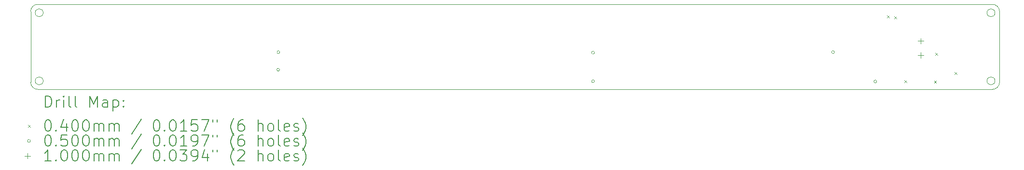
<source format=gbr>
%TF.GenerationSoftware,KiCad,Pcbnew,7.0.8*%
%TF.CreationDate,2024-01-28T00:28:51+08:00*%
%TF.ProjectId,Brake_Light,4272616b-655f-44c6-9967-68742e6b6963,v1.5*%
%TF.SameCoordinates,Original*%
%TF.FileFunction,Drillmap*%
%TF.FilePolarity,Positive*%
%FSLAX45Y45*%
G04 Gerber Fmt 4.5, Leading zero omitted, Abs format (unit mm)*
G04 Created by KiCad (PCBNEW 7.0.8) date 2024-01-28 00:28:51*
%MOMM*%
%LPD*%
G01*
G04 APERTURE LIST*
%ADD10C,0.100000*%
%ADD11C,0.200000*%
%ADD12C,0.040000*%
%ADD13C,0.050000*%
G04 APERTURE END LIST*
D10*
X21999613Y-9125391D02*
G75*
G03*
X21874609Y-9000387I-125003J1D01*
G01*
X5220000Y-10350000D02*
G75*
G03*
X5220000Y-10350000I-70000J0D01*
G01*
X21920000Y-10350000D02*
G75*
G03*
X21920000Y-10350000I-70000J0D01*
G01*
X5125391Y-9000387D02*
X21874609Y-9000387D01*
X21874609Y-10499613D02*
G75*
G03*
X21999613Y-10374609I1J125003D01*
G01*
X5000387Y-10374609D02*
X5000387Y-9125391D01*
X5125391Y-9000387D02*
G75*
G03*
X5000387Y-9125391I-1J-125003D01*
G01*
X21999613Y-9125391D02*
X21999613Y-10374609D01*
X5000387Y-10374609D02*
G75*
G03*
X5125391Y-10499613I125003J-1D01*
G01*
X21920000Y-9150000D02*
G75*
G03*
X21920000Y-9150000I-70000J0D01*
G01*
X5220000Y-9150000D02*
G75*
G03*
X5220000Y-9150000I-70000J0D01*
G01*
X21874609Y-10499613D02*
X5125391Y-10499613D01*
D11*
D12*
X20026000Y-9199000D02*
X20066000Y-9239000D01*
X20066000Y-9199000D02*
X20026000Y-9239000D01*
X20154000Y-9215000D02*
X20194000Y-9255000D01*
X20194000Y-9215000D02*
X20154000Y-9255000D01*
X20330000Y-10342000D02*
X20370000Y-10382000D01*
X20370000Y-10342000D02*
X20330000Y-10382000D01*
X20851000Y-10350000D02*
X20891000Y-10390000D01*
X20891000Y-10350000D02*
X20851000Y-10390000D01*
X20871000Y-9859000D02*
X20911000Y-9899000D01*
X20911000Y-9859000D02*
X20871000Y-9899000D01*
X21208000Y-10196000D02*
X21248000Y-10236000D01*
X21248000Y-10196000D02*
X21208000Y-10236000D01*
D13*
X9368000Y-10154000D02*
G75*
G03*
X9368000Y-10154000I-25000J0D01*
G01*
X9372000Y-9844000D02*
G75*
G03*
X9372000Y-9844000I-25000J0D01*
G01*
X14892000Y-9852000D02*
G75*
G03*
X14892000Y-9852000I-25000J0D01*
G01*
X14892000Y-10356000D02*
G75*
G03*
X14892000Y-10356000I-25000J0D01*
G01*
X19104000Y-9844000D02*
G75*
G03*
X19104000Y-9844000I-25000J0D01*
G01*
X19845000Y-10361000D02*
G75*
G03*
X19845000Y-10361000I-25000J0D01*
G01*
D10*
X20617400Y-9597700D02*
X20617400Y-9697700D01*
X20567400Y-9647700D02*
X20667400Y-9647700D01*
X20617400Y-9847700D02*
X20617400Y-9947700D01*
X20567400Y-9897700D02*
X20667400Y-9897700D01*
D11*
X5256164Y-10816097D02*
X5256164Y-10616097D01*
X5256164Y-10616097D02*
X5303783Y-10616097D01*
X5303783Y-10616097D02*
X5332355Y-10625620D01*
X5332355Y-10625620D02*
X5351402Y-10644668D01*
X5351402Y-10644668D02*
X5360926Y-10663716D01*
X5360926Y-10663716D02*
X5370450Y-10701811D01*
X5370450Y-10701811D02*
X5370450Y-10730382D01*
X5370450Y-10730382D02*
X5360926Y-10768478D01*
X5360926Y-10768478D02*
X5351402Y-10787525D01*
X5351402Y-10787525D02*
X5332355Y-10806573D01*
X5332355Y-10806573D02*
X5303783Y-10816097D01*
X5303783Y-10816097D02*
X5256164Y-10816097D01*
X5456164Y-10816097D02*
X5456164Y-10682763D01*
X5456164Y-10720859D02*
X5465688Y-10701811D01*
X5465688Y-10701811D02*
X5475212Y-10692287D01*
X5475212Y-10692287D02*
X5494259Y-10682763D01*
X5494259Y-10682763D02*
X5513307Y-10682763D01*
X5579974Y-10816097D02*
X5579974Y-10682763D01*
X5579974Y-10616097D02*
X5570450Y-10625620D01*
X5570450Y-10625620D02*
X5579974Y-10635144D01*
X5579974Y-10635144D02*
X5589497Y-10625620D01*
X5589497Y-10625620D02*
X5579974Y-10616097D01*
X5579974Y-10616097D02*
X5579974Y-10635144D01*
X5703783Y-10816097D02*
X5684735Y-10806573D01*
X5684735Y-10806573D02*
X5675212Y-10787525D01*
X5675212Y-10787525D02*
X5675212Y-10616097D01*
X5808545Y-10816097D02*
X5789497Y-10806573D01*
X5789497Y-10806573D02*
X5779973Y-10787525D01*
X5779973Y-10787525D02*
X5779973Y-10616097D01*
X6037116Y-10816097D02*
X6037116Y-10616097D01*
X6037116Y-10616097D02*
X6103783Y-10758954D01*
X6103783Y-10758954D02*
X6170450Y-10616097D01*
X6170450Y-10616097D02*
X6170450Y-10816097D01*
X6351402Y-10816097D02*
X6351402Y-10711335D01*
X6351402Y-10711335D02*
X6341878Y-10692287D01*
X6341878Y-10692287D02*
X6322831Y-10682763D01*
X6322831Y-10682763D02*
X6284735Y-10682763D01*
X6284735Y-10682763D02*
X6265688Y-10692287D01*
X6351402Y-10806573D02*
X6332354Y-10816097D01*
X6332354Y-10816097D02*
X6284735Y-10816097D01*
X6284735Y-10816097D02*
X6265688Y-10806573D01*
X6265688Y-10806573D02*
X6256164Y-10787525D01*
X6256164Y-10787525D02*
X6256164Y-10768478D01*
X6256164Y-10768478D02*
X6265688Y-10749430D01*
X6265688Y-10749430D02*
X6284735Y-10739906D01*
X6284735Y-10739906D02*
X6332354Y-10739906D01*
X6332354Y-10739906D02*
X6351402Y-10730382D01*
X6446640Y-10682763D02*
X6446640Y-10882763D01*
X6446640Y-10692287D02*
X6465688Y-10682763D01*
X6465688Y-10682763D02*
X6503783Y-10682763D01*
X6503783Y-10682763D02*
X6522831Y-10692287D01*
X6522831Y-10692287D02*
X6532354Y-10701811D01*
X6532354Y-10701811D02*
X6541878Y-10720859D01*
X6541878Y-10720859D02*
X6541878Y-10778001D01*
X6541878Y-10778001D02*
X6532354Y-10797049D01*
X6532354Y-10797049D02*
X6522831Y-10806573D01*
X6522831Y-10806573D02*
X6503783Y-10816097D01*
X6503783Y-10816097D02*
X6465688Y-10816097D01*
X6465688Y-10816097D02*
X6446640Y-10806573D01*
X6627593Y-10797049D02*
X6637116Y-10806573D01*
X6637116Y-10806573D02*
X6627593Y-10816097D01*
X6627593Y-10816097D02*
X6618069Y-10806573D01*
X6618069Y-10806573D02*
X6627593Y-10797049D01*
X6627593Y-10797049D02*
X6627593Y-10816097D01*
X6627593Y-10692287D02*
X6637116Y-10701811D01*
X6637116Y-10701811D02*
X6627593Y-10711335D01*
X6627593Y-10711335D02*
X6618069Y-10701811D01*
X6618069Y-10701811D02*
X6627593Y-10692287D01*
X6627593Y-10692287D02*
X6627593Y-10711335D01*
D12*
X4955387Y-11124613D02*
X4995387Y-11164613D01*
X4995387Y-11124613D02*
X4955387Y-11164613D01*
D11*
X5294259Y-11036097D02*
X5313307Y-11036097D01*
X5313307Y-11036097D02*
X5332355Y-11045620D01*
X5332355Y-11045620D02*
X5341878Y-11055144D01*
X5341878Y-11055144D02*
X5351402Y-11074192D01*
X5351402Y-11074192D02*
X5360926Y-11112287D01*
X5360926Y-11112287D02*
X5360926Y-11159906D01*
X5360926Y-11159906D02*
X5351402Y-11198001D01*
X5351402Y-11198001D02*
X5341878Y-11217049D01*
X5341878Y-11217049D02*
X5332355Y-11226573D01*
X5332355Y-11226573D02*
X5313307Y-11236097D01*
X5313307Y-11236097D02*
X5294259Y-11236097D01*
X5294259Y-11236097D02*
X5275212Y-11226573D01*
X5275212Y-11226573D02*
X5265688Y-11217049D01*
X5265688Y-11217049D02*
X5256164Y-11198001D01*
X5256164Y-11198001D02*
X5246640Y-11159906D01*
X5246640Y-11159906D02*
X5246640Y-11112287D01*
X5246640Y-11112287D02*
X5256164Y-11074192D01*
X5256164Y-11074192D02*
X5265688Y-11055144D01*
X5265688Y-11055144D02*
X5275212Y-11045620D01*
X5275212Y-11045620D02*
X5294259Y-11036097D01*
X5446640Y-11217049D02*
X5456164Y-11226573D01*
X5456164Y-11226573D02*
X5446640Y-11236097D01*
X5446640Y-11236097D02*
X5437116Y-11226573D01*
X5437116Y-11226573D02*
X5446640Y-11217049D01*
X5446640Y-11217049D02*
X5446640Y-11236097D01*
X5627593Y-11102763D02*
X5627593Y-11236097D01*
X5579974Y-11026573D02*
X5532355Y-11169430D01*
X5532355Y-11169430D02*
X5656164Y-11169430D01*
X5770450Y-11036097D02*
X5789497Y-11036097D01*
X5789497Y-11036097D02*
X5808545Y-11045620D01*
X5808545Y-11045620D02*
X5818069Y-11055144D01*
X5818069Y-11055144D02*
X5827593Y-11074192D01*
X5827593Y-11074192D02*
X5837116Y-11112287D01*
X5837116Y-11112287D02*
X5837116Y-11159906D01*
X5837116Y-11159906D02*
X5827593Y-11198001D01*
X5827593Y-11198001D02*
X5818069Y-11217049D01*
X5818069Y-11217049D02*
X5808545Y-11226573D01*
X5808545Y-11226573D02*
X5789497Y-11236097D01*
X5789497Y-11236097D02*
X5770450Y-11236097D01*
X5770450Y-11236097D02*
X5751402Y-11226573D01*
X5751402Y-11226573D02*
X5741878Y-11217049D01*
X5741878Y-11217049D02*
X5732354Y-11198001D01*
X5732354Y-11198001D02*
X5722831Y-11159906D01*
X5722831Y-11159906D02*
X5722831Y-11112287D01*
X5722831Y-11112287D02*
X5732354Y-11074192D01*
X5732354Y-11074192D02*
X5741878Y-11055144D01*
X5741878Y-11055144D02*
X5751402Y-11045620D01*
X5751402Y-11045620D02*
X5770450Y-11036097D01*
X5960926Y-11036097D02*
X5979974Y-11036097D01*
X5979974Y-11036097D02*
X5999021Y-11045620D01*
X5999021Y-11045620D02*
X6008545Y-11055144D01*
X6008545Y-11055144D02*
X6018069Y-11074192D01*
X6018069Y-11074192D02*
X6027593Y-11112287D01*
X6027593Y-11112287D02*
X6027593Y-11159906D01*
X6027593Y-11159906D02*
X6018069Y-11198001D01*
X6018069Y-11198001D02*
X6008545Y-11217049D01*
X6008545Y-11217049D02*
X5999021Y-11226573D01*
X5999021Y-11226573D02*
X5979974Y-11236097D01*
X5979974Y-11236097D02*
X5960926Y-11236097D01*
X5960926Y-11236097D02*
X5941878Y-11226573D01*
X5941878Y-11226573D02*
X5932354Y-11217049D01*
X5932354Y-11217049D02*
X5922831Y-11198001D01*
X5922831Y-11198001D02*
X5913307Y-11159906D01*
X5913307Y-11159906D02*
X5913307Y-11112287D01*
X5913307Y-11112287D02*
X5922831Y-11074192D01*
X5922831Y-11074192D02*
X5932354Y-11055144D01*
X5932354Y-11055144D02*
X5941878Y-11045620D01*
X5941878Y-11045620D02*
X5960926Y-11036097D01*
X6113307Y-11236097D02*
X6113307Y-11102763D01*
X6113307Y-11121811D02*
X6122831Y-11112287D01*
X6122831Y-11112287D02*
X6141878Y-11102763D01*
X6141878Y-11102763D02*
X6170450Y-11102763D01*
X6170450Y-11102763D02*
X6189497Y-11112287D01*
X6189497Y-11112287D02*
X6199021Y-11131335D01*
X6199021Y-11131335D02*
X6199021Y-11236097D01*
X6199021Y-11131335D02*
X6208545Y-11112287D01*
X6208545Y-11112287D02*
X6227593Y-11102763D01*
X6227593Y-11102763D02*
X6256164Y-11102763D01*
X6256164Y-11102763D02*
X6275212Y-11112287D01*
X6275212Y-11112287D02*
X6284735Y-11131335D01*
X6284735Y-11131335D02*
X6284735Y-11236097D01*
X6379974Y-11236097D02*
X6379974Y-11102763D01*
X6379974Y-11121811D02*
X6389497Y-11112287D01*
X6389497Y-11112287D02*
X6408545Y-11102763D01*
X6408545Y-11102763D02*
X6437116Y-11102763D01*
X6437116Y-11102763D02*
X6456164Y-11112287D01*
X6456164Y-11112287D02*
X6465688Y-11131335D01*
X6465688Y-11131335D02*
X6465688Y-11236097D01*
X6465688Y-11131335D02*
X6475212Y-11112287D01*
X6475212Y-11112287D02*
X6494259Y-11102763D01*
X6494259Y-11102763D02*
X6522831Y-11102763D01*
X6522831Y-11102763D02*
X6541878Y-11112287D01*
X6541878Y-11112287D02*
X6551402Y-11131335D01*
X6551402Y-11131335D02*
X6551402Y-11236097D01*
X6941878Y-11026573D02*
X6770450Y-11283716D01*
X7199021Y-11036097D02*
X7218069Y-11036097D01*
X7218069Y-11036097D02*
X7237117Y-11045620D01*
X7237117Y-11045620D02*
X7246640Y-11055144D01*
X7246640Y-11055144D02*
X7256164Y-11074192D01*
X7256164Y-11074192D02*
X7265688Y-11112287D01*
X7265688Y-11112287D02*
X7265688Y-11159906D01*
X7265688Y-11159906D02*
X7256164Y-11198001D01*
X7256164Y-11198001D02*
X7246640Y-11217049D01*
X7246640Y-11217049D02*
X7237117Y-11226573D01*
X7237117Y-11226573D02*
X7218069Y-11236097D01*
X7218069Y-11236097D02*
X7199021Y-11236097D01*
X7199021Y-11236097D02*
X7179974Y-11226573D01*
X7179974Y-11226573D02*
X7170450Y-11217049D01*
X7170450Y-11217049D02*
X7160926Y-11198001D01*
X7160926Y-11198001D02*
X7151402Y-11159906D01*
X7151402Y-11159906D02*
X7151402Y-11112287D01*
X7151402Y-11112287D02*
X7160926Y-11074192D01*
X7160926Y-11074192D02*
X7170450Y-11055144D01*
X7170450Y-11055144D02*
X7179974Y-11045620D01*
X7179974Y-11045620D02*
X7199021Y-11036097D01*
X7351402Y-11217049D02*
X7360926Y-11226573D01*
X7360926Y-11226573D02*
X7351402Y-11236097D01*
X7351402Y-11236097D02*
X7341878Y-11226573D01*
X7341878Y-11226573D02*
X7351402Y-11217049D01*
X7351402Y-11217049D02*
X7351402Y-11236097D01*
X7484736Y-11036097D02*
X7503783Y-11036097D01*
X7503783Y-11036097D02*
X7522831Y-11045620D01*
X7522831Y-11045620D02*
X7532355Y-11055144D01*
X7532355Y-11055144D02*
X7541878Y-11074192D01*
X7541878Y-11074192D02*
X7551402Y-11112287D01*
X7551402Y-11112287D02*
X7551402Y-11159906D01*
X7551402Y-11159906D02*
X7541878Y-11198001D01*
X7541878Y-11198001D02*
X7532355Y-11217049D01*
X7532355Y-11217049D02*
X7522831Y-11226573D01*
X7522831Y-11226573D02*
X7503783Y-11236097D01*
X7503783Y-11236097D02*
X7484736Y-11236097D01*
X7484736Y-11236097D02*
X7465688Y-11226573D01*
X7465688Y-11226573D02*
X7456164Y-11217049D01*
X7456164Y-11217049D02*
X7446640Y-11198001D01*
X7446640Y-11198001D02*
X7437117Y-11159906D01*
X7437117Y-11159906D02*
X7437117Y-11112287D01*
X7437117Y-11112287D02*
X7446640Y-11074192D01*
X7446640Y-11074192D02*
X7456164Y-11055144D01*
X7456164Y-11055144D02*
X7465688Y-11045620D01*
X7465688Y-11045620D02*
X7484736Y-11036097D01*
X7741878Y-11236097D02*
X7627593Y-11236097D01*
X7684736Y-11236097D02*
X7684736Y-11036097D01*
X7684736Y-11036097D02*
X7665688Y-11064668D01*
X7665688Y-11064668D02*
X7646640Y-11083716D01*
X7646640Y-11083716D02*
X7627593Y-11093239D01*
X7922831Y-11036097D02*
X7827593Y-11036097D01*
X7827593Y-11036097D02*
X7818069Y-11131335D01*
X7818069Y-11131335D02*
X7827593Y-11121811D01*
X7827593Y-11121811D02*
X7846640Y-11112287D01*
X7846640Y-11112287D02*
X7894259Y-11112287D01*
X7894259Y-11112287D02*
X7913307Y-11121811D01*
X7913307Y-11121811D02*
X7922831Y-11131335D01*
X7922831Y-11131335D02*
X7932355Y-11150382D01*
X7932355Y-11150382D02*
X7932355Y-11198001D01*
X7932355Y-11198001D02*
X7922831Y-11217049D01*
X7922831Y-11217049D02*
X7913307Y-11226573D01*
X7913307Y-11226573D02*
X7894259Y-11236097D01*
X7894259Y-11236097D02*
X7846640Y-11236097D01*
X7846640Y-11236097D02*
X7827593Y-11226573D01*
X7827593Y-11226573D02*
X7818069Y-11217049D01*
X7999021Y-11036097D02*
X8132355Y-11036097D01*
X8132355Y-11036097D02*
X8046640Y-11236097D01*
X8199021Y-11036097D02*
X8199021Y-11074192D01*
X8275212Y-11036097D02*
X8275212Y-11074192D01*
X8570450Y-11312287D02*
X8560926Y-11302763D01*
X8560926Y-11302763D02*
X8541879Y-11274192D01*
X8541879Y-11274192D02*
X8532355Y-11255144D01*
X8532355Y-11255144D02*
X8522831Y-11226573D01*
X8522831Y-11226573D02*
X8513307Y-11178954D01*
X8513307Y-11178954D02*
X8513307Y-11140859D01*
X8513307Y-11140859D02*
X8522831Y-11093239D01*
X8522831Y-11093239D02*
X8532355Y-11064668D01*
X8532355Y-11064668D02*
X8541879Y-11045620D01*
X8541879Y-11045620D02*
X8560926Y-11017049D01*
X8560926Y-11017049D02*
X8570450Y-11007525D01*
X8732355Y-11036097D02*
X8694260Y-11036097D01*
X8694260Y-11036097D02*
X8675212Y-11045620D01*
X8675212Y-11045620D02*
X8665688Y-11055144D01*
X8665688Y-11055144D02*
X8646641Y-11083716D01*
X8646641Y-11083716D02*
X8637117Y-11121811D01*
X8637117Y-11121811D02*
X8637117Y-11198001D01*
X8637117Y-11198001D02*
X8646641Y-11217049D01*
X8646641Y-11217049D02*
X8656164Y-11226573D01*
X8656164Y-11226573D02*
X8675212Y-11236097D01*
X8675212Y-11236097D02*
X8713307Y-11236097D01*
X8713307Y-11236097D02*
X8732355Y-11226573D01*
X8732355Y-11226573D02*
X8741879Y-11217049D01*
X8741879Y-11217049D02*
X8751402Y-11198001D01*
X8751402Y-11198001D02*
X8751402Y-11150382D01*
X8751402Y-11150382D02*
X8741879Y-11131335D01*
X8741879Y-11131335D02*
X8732355Y-11121811D01*
X8732355Y-11121811D02*
X8713307Y-11112287D01*
X8713307Y-11112287D02*
X8675212Y-11112287D01*
X8675212Y-11112287D02*
X8656164Y-11121811D01*
X8656164Y-11121811D02*
X8646641Y-11131335D01*
X8646641Y-11131335D02*
X8637117Y-11150382D01*
X8989498Y-11236097D02*
X8989498Y-11036097D01*
X9075212Y-11236097D02*
X9075212Y-11131335D01*
X9075212Y-11131335D02*
X9065688Y-11112287D01*
X9065688Y-11112287D02*
X9046641Y-11102763D01*
X9046641Y-11102763D02*
X9018069Y-11102763D01*
X9018069Y-11102763D02*
X8999022Y-11112287D01*
X8999022Y-11112287D02*
X8989498Y-11121811D01*
X9199022Y-11236097D02*
X9179974Y-11226573D01*
X9179974Y-11226573D02*
X9170450Y-11217049D01*
X9170450Y-11217049D02*
X9160926Y-11198001D01*
X9160926Y-11198001D02*
X9160926Y-11140859D01*
X9160926Y-11140859D02*
X9170450Y-11121811D01*
X9170450Y-11121811D02*
X9179974Y-11112287D01*
X9179974Y-11112287D02*
X9199022Y-11102763D01*
X9199022Y-11102763D02*
X9227593Y-11102763D01*
X9227593Y-11102763D02*
X9246641Y-11112287D01*
X9246641Y-11112287D02*
X9256164Y-11121811D01*
X9256164Y-11121811D02*
X9265688Y-11140859D01*
X9265688Y-11140859D02*
X9265688Y-11198001D01*
X9265688Y-11198001D02*
X9256164Y-11217049D01*
X9256164Y-11217049D02*
X9246641Y-11226573D01*
X9246641Y-11226573D02*
X9227593Y-11236097D01*
X9227593Y-11236097D02*
X9199022Y-11236097D01*
X9379974Y-11236097D02*
X9360926Y-11226573D01*
X9360926Y-11226573D02*
X9351403Y-11207525D01*
X9351403Y-11207525D02*
X9351403Y-11036097D01*
X9532355Y-11226573D02*
X9513307Y-11236097D01*
X9513307Y-11236097D02*
X9475212Y-11236097D01*
X9475212Y-11236097D02*
X9456164Y-11226573D01*
X9456164Y-11226573D02*
X9446641Y-11207525D01*
X9446641Y-11207525D02*
X9446641Y-11131335D01*
X9446641Y-11131335D02*
X9456164Y-11112287D01*
X9456164Y-11112287D02*
X9475212Y-11102763D01*
X9475212Y-11102763D02*
X9513307Y-11102763D01*
X9513307Y-11102763D02*
X9532355Y-11112287D01*
X9532355Y-11112287D02*
X9541879Y-11131335D01*
X9541879Y-11131335D02*
X9541879Y-11150382D01*
X9541879Y-11150382D02*
X9446641Y-11169430D01*
X9618069Y-11226573D02*
X9637117Y-11236097D01*
X9637117Y-11236097D02*
X9675212Y-11236097D01*
X9675212Y-11236097D02*
X9694260Y-11226573D01*
X9694260Y-11226573D02*
X9703784Y-11207525D01*
X9703784Y-11207525D02*
X9703784Y-11198001D01*
X9703784Y-11198001D02*
X9694260Y-11178954D01*
X9694260Y-11178954D02*
X9675212Y-11169430D01*
X9675212Y-11169430D02*
X9646641Y-11169430D01*
X9646641Y-11169430D02*
X9627593Y-11159906D01*
X9627593Y-11159906D02*
X9618069Y-11140859D01*
X9618069Y-11140859D02*
X9618069Y-11131335D01*
X9618069Y-11131335D02*
X9627593Y-11112287D01*
X9627593Y-11112287D02*
X9646641Y-11102763D01*
X9646641Y-11102763D02*
X9675212Y-11102763D01*
X9675212Y-11102763D02*
X9694260Y-11112287D01*
X9770450Y-11312287D02*
X9779974Y-11302763D01*
X9779974Y-11302763D02*
X9799022Y-11274192D01*
X9799022Y-11274192D02*
X9808545Y-11255144D01*
X9808545Y-11255144D02*
X9818069Y-11226573D01*
X9818069Y-11226573D02*
X9827593Y-11178954D01*
X9827593Y-11178954D02*
X9827593Y-11140859D01*
X9827593Y-11140859D02*
X9818069Y-11093239D01*
X9818069Y-11093239D02*
X9808545Y-11064668D01*
X9808545Y-11064668D02*
X9799022Y-11045620D01*
X9799022Y-11045620D02*
X9779974Y-11017049D01*
X9779974Y-11017049D02*
X9770450Y-11007525D01*
D13*
X4995387Y-11408613D02*
G75*
G03*
X4995387Y-11408613I-25000J0D01*
G01*
D11*
X5294259Y-11300097D02*
X5313307Y-11300097D01*
X5313307Y-11300097D02*
X5332355Y-11309620D01*
X5332355Y-11309620D02*
X5341878Y-11319144D01*
X5341878Y-11319144D02*
X5351402Y-11338192D01*
X5351402Y-11338192D02*
X5360926Y-11376287D01*
X5360926Y-11376287D02*
X5360926Y-11423906D01*
X5360926Y-11423906D02*
X5351402Y-11462001D01*
X5351402Y-11462001D02*
X5341878Y-11481049D01*
X5341878Y-11481049D02*
X5332355Y-11490573D01*
X5332355Y-11490573D02*
X5313307Y-11500097D01*
X5313307Y-11500097D02*
X5294259Y-11500097D01*
X5294259Y-11500097D02*
X5275212Y-11490573D01*
X5275212Y-11490573D02*
X5265688Y-11481049D01*
X5265688Y-11481049D02*
X5256164Y-11462001D01*
X5256164Y-11462001D02*
X5246640Y-11423906D01*
X5246640Y-11423906D02*
X5246640Y-11376287D01*
X5246640Y-11376287D02*
X5256164Y-11338192D01*
X5256164Y-11338192D02*
X5265688Y-11319144D01*
X5265688Y-11319144D02*
X5275212Y-11309620D01*
X5275212Y-11309620D02*
X5294259Y-11300097D01*
X5446640Y-11481049D02*
X5456164Y-11490573D01*
X5456164Y-11490573D02*
X5446640Y-11500097D01*
X5446640Y-11500097D02*
X5437116Y-11490573D01*
X5437116Y-11490573D02*
X5446640Y-11481049D01*
X5446640Y-11481049D02*
X5446640Y-11500097D01*
X5637116Y-11300097D02*
X5541878Y-11300097D01*
X5541878Y-11300097D02*
X5532355Y-11395335D01*
X5532355Y-11395335D02*
X5541878Y-11385811D01*
X5541878Y-11385811D02*
X5560926Y-11376287D01*
X5560926Y-11376287D02*
X5608545Y-11376287D01*
X5608545Y-11376287D02*
X5627593Y-11385811D01*
X5627593Y-11385811D02*
X5637116Y-11395335D01*
X5637116Y-11395335D02*
X5646640Y-11414382D01*
X5646640Y-11414382D02*
X5646640Y-11462001D01*
X5646640Y-11462001D02*
X5637116Y-11481049D01*
X5637116Y-11481049D02*
X5627593Y-11490573D01*
X5627593Y-11490573D02*
X5608545Y-11500097D01*
X5608545Y-11500097D02*
X5560926Y-11500097D01*
X5560926Y-11500097D02*
X5541878Y-11490573D01*
X5541878Y-11490573D02*
X5532355Y-11481049D01*
X5770450Y-11300097D02*
X5789497Y-11300097D01*
X5789497Y-11300097D02*
X5808545Y-11309620D01*
X5808545Y-11309620D02*
X5818069Y-11319144D01*
X5818069Y-11319144D02*
X5827593Y-11338192D01*
X5827593Y-11338192D02*
X5837116Y-11376287D01*
X5837116Y-11376287D02*
X5837116Y-11423906D01*
X5837116Y-11423906D02*
X5827593Y-11462001D01*
X5827593Y-11462001D02*
X5818069Y-11481049D01*
X5818069Y-11481049D02*
X5808545Y-11490573D01*
X5808545Y-11490573D02*
X5789497Y-11500097D01*
X5789497Y-11500097D02*
X5770450Y-11500097D01*
X5770450Y-11500097D02*
X5751402Y-11490573D01*
X5751402Y-11490573D02*
X5741878Y-11481049D01*
X5741878Y-11481049D02*
X5732354Y-11462001D01*
X5732354Y-11462001D02*
X5722831Y-11423906D01*
X5722831Y-11423906D02*
X5722831Y-11376287D01*
X5722831Y-11376287D02*
X5732354Y-11338192D01*
X5732354Y-11338192D02*
X5741878Y-11319144D01*
X5741878Y-11319144D02*
X5751402Y-11309620D01*
X5751402Y-11309620D02*
X5770450Y-11300097D01*
X5960926Y-11300097D02*
X5979974Y-11300097D01*
X5979974Y-11300097D02*
X5999021Y-11309620D01*
X5999021Y-11309620D02*
X6008545Y-11319144D01*
X6008545Y-11319144D02*
X6018069Y-11338192D01*
X6018069Y-11338192D02*
X6027593Y-11376287D01*
X6027593Y-11376287D02*
X6027593Y-11423906D01*
X6027593Y-11423906D02*
X6018069Y-11462001D01*
X6018069Y-11462001D02*
X6008545Y-11481049D01*
X6008545Y-11481049D02*
X5999021Y-11490573D01*
X5999021Y-11490573D02*
X5979974Y-11500097D01*
X5979974Y-11500097D02*
X5960926Y-11500097D01*
X5960926Y-11500097D02*
X5941878Y-11490573D01*
X5941878Y-11490573D02*
X5932354Y-11481049D01*
X5932354Y-11481049D02*
X5922831Y-11462001D01*
X5922831Y-11462001D02*
X5913307Y-11423906D01*
X5913307Y-11423906D02*
X5913307Y-11376287D01*
X5913307Y-11376287D02*
X5922831Y-11338192D01*
X5922831Y-11338192D02*
X5932354Y-11319144D01*
X5932354Y-11319144D02*
X5941878Y-11309620D01*
X5941878Y-11309620D02*
X5960926Y-11300097D01*
X6113307Y-11500097D02*
X6113307Y-11366763D01*
X6113307Y-11385811D02*
X6122831Y-11376287D01*
X6122831Y-11376287D02*
X6141878Y-11366763D01*
X6141878Y-11366763D02*
X6170450Y-11366763D01*
X6170450Y-11366763D02*
X6189497Y-11376287D01*
X6189497Y-11376287D02*
X6199021Y-11395335D01*
X6199021Y-11395335D02*
X6199021Y-11500097D01*
X6199021Y-11395335D02*
X6208545Y-11376287D01*
X6208545Y-11376287D02*
X6227593Y-11366763D01*
X6227593Y-11366763D02*
X6256164Y-11366763D01*
X6256164Y-11366763D02*
X6275212Y-11376287D01*
X6275212Y-11376287D02*
X6284735Y-11395335D01*
X6284735Y-11395335D02*
X6284735Y-11500097D01*
X6379974Y-11500097D02*
X6379974Y-11366763D01*
X6379974Y-11385811D02*
X6389497Y-11376287D01*
X6389497Y-11376287D02*
X6408545Y-11366763D01*
X6408545Y-11366763D02*
X6437116Y-11366763D01*
X6437116Y-11366763D02*
X6456164Y-11376287D01*
X6456164Y-11376287D02*
X6465688Y-11395335D01*
X6465688Y-11395335D02*
X6465688Y-11500097D01*
X6465688Y-11395335D02*
X6475212Y-11376287D01*
X6475212Y-11376287D02*
X6494259Y-11366763D01*
X6494259Y-11366763D02*
X6522831Y-11366763D01*
X6522831Y-11366763D02*
X6541878Y-11376287D01*
X6541878Y-11376287D02*
X6551402Y-11395335D01*
X6551402Y-11395335D02*
X6551402Y-11500097D01*
X6941878Y-11290573D02*
X6770450Y-11547716D01*
X7199021Y-11300097D02*
X7218069Y-11300097D01*
X7218069Y-11300097D02*
X7237117Y-11309620D01*
X7237117Y-11309620D02*
X7246640Y-11319144D01*
X7246640Y-11319144D02*
X7256164Y-11338192D01*
X7256164Y-11338192D02*
X7265688Y-11376287D01*
X7265688Y-11376287D02*
X7265688Y-11423906D01*
X7265688Y-11423906D02*
X7256164Y-11462001D01*
X7256164Y-11462001D02*
X7246640Y-11481049D01*
X7246640Y-11481049D02*
X7237117Y-11490573D01*
X7237117Y-11490573D02*
X7218069Y-11500097D01*
X7218069Y-11500097D02*
X7199021Y-11500097D01*
X7199021Y-11500097D02*
X7179974Y-11490573D01*
X7179974Y-11490573D02*
X7170450Y-11481049D01*
X7170450Y-11481049D02*
X7160926Y-11462001D01*
X7160926Y-11462001D02*
X7151402Y-11423906D01*
X7151402Y-11423906D02*
X7151402Y-11376287D01*
X7151402Y-11376287D02*
X7160926Y-11338192D01*
X7160926Y-11338192D02*
X7170450Y-11319144D01*
X7170450Y-11319144D02*
X7179974Y-11309620D01*
X7179974Y-11309620D02*
X7199021Y-11300097D01*
X7351402Y-11481049D02*
X7360926Y-11490573D01*
X7360926Y-11490573D02*
X7351402Y-11500097D01*
X7351402Y-11500097D02*
X7341878Y-11490573D01*
X7341878Y-11490573D02*
X7351402Y-11481049D01*
X7351402Y-11481049D02*
X7351402Y-11500097D01*
X7484736Y-11300097D02*
X7503783Y-11300097D01*
X7503783Y-11300097D02*
X7522831Y-11309620D01*
X7522831Y-11309620D02*
X7532355Y-11319144D01*
X7532355Y-11319144D02*
X7541878Y-11338192D01*
X7541878Y-11338192D02*
X7551402Y-11376287D01*
X7551402Y-11376287D02*
X7551402Y-11423906D01*
X7551402Y-11423906D02*
X7541878Y-11462001D01*
X7541878Y-11462001D02*
X7532355Y-11481049D01*
X7532355Y-11481049D02*
X7522831Y-11490573D01*
X7522831Y-11490573D02*
X7503783Y-11500097D01*
X7503783Y-11500097D02*
X7484736Y-11500097D01*
X7484736Y-11500097D02*
X7465688Y-11490573D01*
X7465688Y-11490573D02*
X7456164Y-11481049D01*
X7456164Y-11481049D02*
X7446640Y-11462001D01*
X7446640Y-11462001D02*
X7437117Y-11423906D01*
X7437117Y-11423906D02*
X7437117Y-11376287D01*
X7437117Y-11376287D02*
X7446640Y-11338192D01*
X7446640Y-11338192D02*
X7456164Y-11319144D01*
X7456164Y-11319144D02*
X7465688Y-11309620D01*
X7465688Y-11309620D02*
X7484736Y-11300097D01*
X7741878Y-11500097D02*
X7627593Y-11500097D01*
X7684736Y-11500097D02*
X7684736Y-11300097D01*
X7684736Y-11300097D02*
X7665688Y-11328668D01*
X7665688Y-11328668D02*
X7646640Y-11347716D01*
X7646640Y-11347716D02*
X7627593Y-11357239D01*
X7837117Y-11500097D02*
X7875212Y-11500097D01*
X7875212Y-11500097D02*
X7894259Y-11490573D01*
X7894259Y-11490573D02*
X7903783Y-11481049D01*
X7903783Y-11481049D02*
X7922831Y-11452477D01*
X7922831Y-11452477D02*
X7932355Y-11414382D01*
X7932355Y-11414382D02*
X7932355Y-11338192D01*
X7932355Y-11338192D02*
X7922831Y-11319144D01*
X7922831Y-11319144D02*
X7913307Y-11309620D01*
X7913307Y-11309620D02*
X7894259Y-11300097D01*
X7894259Y-11300097D02*
X7856164Y-11300097D01*
X7856164Y-11300097D02*
X7837117Y-11309620D01*
X7837117Y-11309620D02*
X7827593Y-11319144D01*
X7827593Y-11319144D02*
X7818069Y-11338192D01*
X7818069Y-11338192D02*
X7818069Y-11385811D01*
X7818069Y-11385811D02*
X7827593Y-11404858D01*
X7827593Y-11404858D02*
X7837117Y-11414382D01*
X7837117Y-11414382D02*
X7856164Y-11423906D01*
X7856164Y-11423906D02*
X7894259Y-11423906D01*
X7894259Y-11423906D02*
X7913307Y-11414382D01*
X7913307Y-11414382D02*
X7922831Y-11404858D01*
X7922831Y-11404858D02*
X7932355Y-11385811D01*
X7999021Y-11300097D02*
X8132355Y-11300097D01*
X8132355Y-11300097D02*
X8046640Y-11500097D01*
X8199021Y-11300097D02*
X8199021Y-11338192D01*
X8275212Y-11300097D02*
X8275212Y-11338192D01*
X8570450Y-11576287D02*
X8560926Y-11566763D01*
X8560926Y-11566763D02*
X8541879Y-11538192D01*
X8541879Y-11538192D02*
X8532355Y-11519144D01*
X8532355Y-11519144D02*
X8522831Y-11490573D01*
X8522831Y-11490573D02*
X8513307Y-11442954D01*
X8513307Y-11442954D02*
X8513307Y-11404858D01*
X8513307Y-11404858D02*
X8522831Y-11357239D01*
X8522831Y-11357239D02*
X8532355Y-11328668D01*
X8532355Y-11328668D02*
X8541879Y-11309620D01*
X8541879Y-11309620D02*
X8560926Y-11281049D01*
X8560926Y-11281049D02*
X8570450Y-11271525D01*
X8732355Y-11300097D02*
X8694260Y-11300097D01*
X8694260Y-11300097D02*
X8675212Y-11309620D01*
X8675212Y-11309620D02*
X8665688Y-11319144D01*
X8665688Y-11319144D02*
X8646641Y-11347716D01*
X8646641Y-11347716D02*
X8637117Y-11385811D01*
X8637117Y-11385811D02*
X8637117Y-11462001D01*
X8637117Y-11462001D02*
X8646641Y-11481049D01*
X8646641Y-11481049D02*
X8656164Y-11490573D01*
X8656164Y-11490573D02*
X8675212Y-11500097D01*
X8675212Y-11500097D02*
X8713307Y-11500097D01*
X8713307Y-11500097D02*
X8732355Y-11490573D01*
X8732355Y-11490573D02*
X8741879Y-11481049D01*
X8741879Y-11481049D02*
X8751402Y-11462001D01*
X8751402Y-11462001D02*
X8751402Y-11414382D01*
X8751402Y-11414382D02*
X8741879Y-11395335D01*
X8741879Y-11395335D02*
X8732355Y-11385811D01*
X8732355Y-11385811D02*
X8713307Y-11376287D01*
X8713307Y-11376287D02*
X8675212Y-11376287D01*
X8675212Y-11376287D02*
X8656164Y-11385811D01*
X8656164Y-11385811D02*
X8646641Y-11395335D01*
X8646641Y-11395335D02*
X8637117Y-11414382D01*
X8989498Y-11500097D02*
X8989498Y-11300097D01*
X9075212Y-11500097D02*
X9075212Y-11395335D01*
X9075212Y-11395335D02*
X9065688Y-11376287D01*
X9065688Y-11376287D02*
X9046641Y-11366763D01*
X9046641Y-11366763D02*
X9018069Y-11366763D01*
X9018069Y-11366763D02*
X8999022Y-11376287D01*
X8999022Y-11376287D02*
X8989498Y-11385811D01*
X9199022Y-11500097D02*
X9179974Y-11490573D01*
X9179974Y-11490573D02*
X9170450Y-11481049D01*
X9170450Y-11481049D02*
X9160926Y-11462001D01*
X9160926Y-11462001D02*
X9160926Y-11404858D01*
X9160926Y-11404858D02*
X9170450Y-11385811D01*
X9170450Y-11385811D02*
X9179974Y-11376287D01*
X9179974Y-11376287D02*
X9199022Y-11366763D01*
X9199022Y-11366763D02*
X9227593Y-11366763D01*
X9227593Y-11366763D02*
X9246641Y-11376287D01*
X9246641Y-11376287D02*
X9256164Y-11385811D01*
X9256164Y-11385811D02*
X9265688Y-11404858D01*
X9265688Y-11404858D02*
X9265688Y-11462001D01*
X9265688Y-11462001D02*
X9256164Y-11481049D01*
X9256164Y-11481049D02*
X9246641Y-11490573D01*
X9246641Y-11490573D02*
X9227593Y-11500097D01*
X9227593Y-11500097D02*
X9199022Y-11500097D01*
X9379974Y-11500097D02*
X9360926Y-11490573D01*
X9360926Y-11490573D02*
X9351403Y-11471525D01*
X9351403Y-11471525D02*
X9351403Y-11300097D01*
X9532355Y-11490573D02*
X9513307Y-11500097D01*
X9513307Y-11500097D02*
X9475212Y-11500097D01*
X9475212Y-11500097D02*
X9456164Y-11490573D01*
X9456164Y-11490573D02*
X9446641Y-11471525D01*
X9446641Y-11471525D02*
X9446641Y-11395335D01*
X9446641Y-11395335D02*
X9456164Y-11376287D01*
X9456164Y-11376287D02*
X9475212Y-11366763D01*
X9475212Y-11366763D02*
X9513307Y-11366763D01*
X9513307Y-11366763D02*
X9532355Y-11376287D01*
X9532355Y-11376287D02*
X9541879Y-11395335D01*
X9541879Y-11395335D02*
X9541879Y-11414382D01*
X9541879Y-11414382D02*
X9446641Y-11433430D01*
X9618069Y-11490573D02*
X9637117Y-11500097D01*
X9637117Y-11500097D02*
X9675212Y-11500097D01*
X9675212Y-11500097D02*
X9694260Y-11490573D01*
X9694260Y-11490573D02*
X9703784Y-11471525D01*
X9703784Y-11471525D02*
X9703784Y-11462001D01*
X9703784Y-11462001D02*
X9694260Y-11442954D01*
X9694260Y-11442954D02*
X9675212Y-11433430D01*
X9675212Y-11433430D02*
X9646641Y-11433430D01*
X9646641Y-11433430D02*
X9627593Y-11423906D01*
X9627593Y-11423906D02*
X9618069Y-11404858D01*
X9618069Y-11404858D02*
X9618069Y-11395335D01*
X9618069Y-11395335D02*
X9627593Y-11376287D01*
X9627593Y-11376287D02*
X9646641Y-11366763D01*
X9646641Y-11366763D02*
X9675212Y-11366763D01*
X9675212Y-11366763D02*
X9694260Y-11376287D01*
X9770450Y-11576287D02*
X9779974Y-11566763D01*
X9779974Y-11566763D02*
X9799022Y-11538192D01*
X9799022Y-11538192D02*
X9808545Y-11519144D01*
X9808545Y-11519144D02*
X9818069Y-11490573D01*
X9818069Y-11490573D02*
X9827593Y-11442954D01*
X9827593Y-11442954D02*
X9827593Y-11404858D01*
X9827593Y-11404858D02*
X9818069Y-11357239D01*
X9818069Y-11357239D02*
X9808545Y-11328668D01*
X9808545Y-11328668D02*
X9799022Y-11309620D01*
X9799022Y-11309620D02*
X9779974Y-11281049D01*
X9779974Y-11281049D02*
X9770450Y-11271525D01*
D10*
X4945387Y-11622613D02*
X4945387Y-11722613D01*
X4895387Y-11672613D02*
X4995387Y-11672613D01*
D11*
X5360926Y-11764097D02*
X5246640Y-11764097D01*
X5303783Y-11764097D02*
X5303783Y-11564097D01*
X5303783Y-11564097D02*
X5284735Y-11592668D01*
X5284735Y-11592668D02*
X5265688Y-11611716D01*
X5265688Y-11611716D02*
X5246640Y-11621239D01*
X5446640Y-11745049D02*
X5456164Y-11754573D01*
X5456164Y-11754573D02*
X5446640Y-11764097D01*
X5446640Y-11764097D02*
X5437116Y-11754573D01*
X5437116Y-11754573D02*
X5446640Y-11745049D01*
X5446640Y-11745049D02*
X5446640Y-11764097D01*
X5579974Y-11564097D02*
X5599021Y-11564097D01*
X5599021Y-11564097D02*
X5618069Y-11573620D01*
X5618069Y-11573620D02*
X5627593Y-11583144D01*
X5627593Y-11583144D02*
X5637116Y-11602192D01*
X5637116Y-11602192D02*
X5646640Y-11640287D01*
X5646640Y-11640287D02*
X5646640Y-11687906D01*
X5646640Y-11687906D02*
X5637116Y-11726001D01*
X5637116Y-11726001D02*
X5627593Y-11745049D01*
X5627593Y-11745049D02*
X5618069Y-11754573D01*
X5618069Y-11754573D02*
X5599021Y-11764097D01*
X5599021Y-11764097D02*
X5579974Y-11764097D01*
X5579974Y-11764097D02*
X5560926Y-11754573D01*
X5560926Y-11754573D02*
X5551402Y-11745049D01*
X5551402Y-11745049D02*
X5541878Y-11726001D01*
X5541878Y-11726001D02*
X5532355Y-11687906D01*
X5532355Y-11687906D02*
X5532355Y-11640287D01*
X5532355Y-11640287D02*
X5541878Y-11602192D01*
X5541878Y-11602192D02*
X5551402Y-11583144D01*
X5551402Y-11583144D02*
X5560926Y-11573620D01*
X5560926Y-11573620D02*
X5579974Y-11564097D01*
X5770450Y-11564097D02*
X5789497Y-11564097D01*
X5789497Y-11564097D02*
X5808545Y-11573620D01*
X5808545Y-11573620D02*
X5818069Y-11583144D01*
X5818069Y-11583144D02*
X5827593Y-11602192D01*
X5827593Y-11602192D02*
X5837116Y-11640287D01*
X5837116Y-11640287D02*
X5837116Y-11687906D01*
X5837116Y-11687906D02*
X5827593Y-11726001D01*
X5827593Y-11726001D02*
X5818069Y-11745049D01*
X5818069Y-11745049D02*
X5808545Y-11754573D01*
X5808545Y-11754573D02*
X5789497Y-11764097D01*
X5789497Y-11764097D02*
X5770450Y-11764097D01*
X5770450Y-11764097D02*
X5751402Y-11754573D01*
X5751402Y-11754573D02*
X5741878Y-11745049D01*
X5741878Y-11745049D02*
X5732354Y-11726001D01*
X5732354Y-11726001D02*
X5722831Y-11687906D01*
X5722831Y-11687906D02*
X5722831Y-11640287D01*
X5722831Y-11640287D02*
X5732354Y-11602192D01*
X5732354Y-11602192D02*
X5741878Y-11583144D01*
X5741878Y-11583144D02*
X5751402Y-11573620D01*
X5751402Y-11573620D02*
X5770450Y-11564097D01*
X5960926Y-11564097D02*
X5979974Y-11564097D01*
X5979974Y-11564097D02*
X5999021Y-11573620D01*
X5999021Y-11573620D02*
X6008545Y-11583144D01*
X6008545Y-11583144D02*
X6018069Y-11602192D01*
X6018069Y-11602192D02*
X6027593Y-11640287D01*
X6027593Y-11640287D02*
X6027593Y-11687906D01*
X6027593Y-11687906D02*
X6018069Y-11726001D01*
X6018069Y-11726001D02*
X6008545Y-11745049D01*
X6008545Y-11745049D02*
X5999021Y-11754573D01*
X5999021Y-11754573D02*
X5979974Y-11764097D01*
X5979974Y-11764097D02*
X5960926Y-11764097D01*
X5960926Y-11764097D02*
X5941878Y-11754573D01*
X5941878Y-11754573D02*
X5932354Y-11745049D01*
X5932354Y-11745049D02*
X5922831Y-11726001D01*
X5922831Y-11726001D02*
X5913307Y-11687906D01*
X5913307Y-11687906D02*
X5913307Y-11640287D01*
X5913307Y-11640287D02*
X5922831Y-11602192D01*
X5922831Y-11602192D02*
X5932354Y-11583144D01*
X5932354Y-11583144D02*
X5941878Y-11573620D01*
X5941878Y-11573620D02*
X5960926Y-11564097D01*
X6113307Y-11764097D02*
X6113307Y-11630763D01*
X6113307Y-11649811D02*
X6122831Y-11640287D01*
X6122831Y-11640287D02*
X6141878Y-11630763D01*
X6141878Y-11630763D02*
X6170450Y-11630763D01*
X6170450Y-11630763D02*
X6189497Y-11640287D01*
X6189497Y-11640287D02*
X6199021Y-11659335D01*
X6199021Y-11659335D02*
X6199021Y-11764097D01*
X6199021Y-11659335D02*
X6208545Y-11640287D01*
X6208545Y-11640287D02*
X6227593Y-11630763D01*
X6227593Y-11630763D02*
X6256164Y-11630763D01*
X6256164Y-11630763D02*
X6275212Y-11640287D01*
X6275212Y-11640287D02*
X6284735Y-11659335D01*
X6284735Y-11659335D02*
X6284735Y-11764097D01*
X6379974Y-11764097D02*
X6379974Y-11630763D01*
X6379974Y-11649811D02*
X6389497Y-11640287D01*
X6389497Y-11640287D02*
X6408545Y-11630763D01*
X6408545Y-11630763D02*
X6437116Y-11630763D01*
X6437116Y-11630763D02*
X6456164Y-11640287D01*
X6456164Y-11640287D02*
X6465688Y-11659335D01*
X6465688Y-11659335D02*
X6465688Y-11764097D01*
X6465688Y-11659335D02*
X6475212Y-11640287D01*
X6475212Y-11640287D02*
X6494259Y-11630763D01*
X6494259Y-11630763D02*
X6522831Y-11630763D01*
X6522831Y-11630763D02*
X6541878Y-11640287D01*
X6541878Y-11640287D02*
X6551402Y-11659335D01*
X6551402Y-11659335D02*
X6551402Y-11764097D01*
X6941878Y-11554573D02*
X6770450Y-11811716D01*
X7199021Y-11564097D02*
X7218069Y-11564097D01*
X7218069Y-11564097D02*
X7237117Y-11573620D01*
X7237117Y-11573620D02*
X7246640Y-11583144D01*
X7246640Y-11583144D02*
X7256164Y-11602192D01*
X7256164Y-11602192D02*
X7265688Y-11640287D01*
X7265688Y-11640287D02*
X7265688Y-11687906D01*
X7265688Y-11687906D02*
X7256164Y-11726001D01*
X7256164Y-11726001D02*
X7246640Y-11745049D01*
X7246640Y-11745049D02*
X7237117Y-11754573D01*
X7237117Y-11754573D02*
X7218069Y-11764097D01*
X7218069Y-11764097D02*
X7199021Y-11764097D01*
X7199021Y-11764097D02*
X7179974Y-11754573D01*
X7179974Y-11754573D02*
X7170450Y-11745049D01*
X7170450Y-11745049D02*
X7160926Y-11726001D01*
X7160926Y-11726001D02*
X7151402Y-11687906D01*
X7151402Y-11687906D02*
X7151402Y-11640287D01*
X7151402Y-11640287D02*
X7160926Y-11602192D01*
X7160926Y-11602192D02*
X7170450Y-11583144D01*
X7170450Y-11583144D02*
X7179974Y-11573620D01*
X7179974Y-11573620D02*
X7199021Y-11564097D01*
X7351402Y-11745049D02*
X7360926Y-11754573D01*
X7360926Y-11754573D02*
X7351402Y-11764097D01*
X7351402Y-11764097D02*
X7341878Y-11754573D01*
X7341878Y-11754573D02*
X7351402Y-11745049D01*
X7351402Y-11745049D02*
X7351402Y-11764097D01*
X7484736Y-11564097D02*
X7503783Y-11564097D01*
X7503783Y-11564097D02*
X7522831Y-11573620D01*
X7522831Y-11573620D02*
X7532355Y-11583144D01*
X7532355Y-11583144D02*
X7541878Y-11602192D01*
X7541878Y-11602192D02*
X7551402Y-11640287D01*
X7551402Y-11640287D02*
X7551402Y-11687906D01*
X7551402Y-11687906D02*
X7541878Y-11726001D01*
X7541878Y-11726001D02*
X7532355Y-11745049D01*
X7532355Y-11745049D02*
X7522831Y-11754573D01*
X7522831Y-11754573D02*
X7503783Y-11764097D01*
X7503783Y-11764097D02*
X7484736Y-11764097D01*
X7484736Y-11764097D02*
X7465688Y-11754573D01*
X7465688Y-11754573D02*
X7456164Y-11745049D01*
X7456164Y-11745049D02*
X7446640Y-11726001D01*
X7446640Y-11726001D02*
X7437117Y-11687906D01*
X7437117Y-11687906D02*
X7437117Y-11640287D01*
X7437117Y-11640287D02*
X7446640Y-11602192D01*
X7446640Y-11602192D02*
X7456164Y-11583144D01*
X7456164Y-11583144D02*
X7465688Y-11573620D01*
X7465688Y-11573620D02*
X7484736Y-11564097D01*
X7618069Y-11564097D02*
X7741878Y-11564097D01*
X7741878Y-11564097D02*
X7675212Y-11640287D01*
X7675212Y-11640287D02*
X7703783Y-11640287D01*
X7703783Y-11640287D02*
X7722831Y-11649811D01*
X7722831Y-11649811D02*
X7732355Y-11659335D01*
X7732355Y-11659335D02*
X7741878Y-11678382D01*
X7741878Y-11678382D02*
X7741878Y-11726001D01*
X7741878Y-11726001D02*
X7732355Y-11745049D01*
X7732355Y-11745049D02*
X7722831Y-11754573D01*
X7722831Y-11754573D02*
X7703783Y-11764097D01*
X7703783Y-11764097D02*
X7646640Y-11764097D01*
X7646640Y-11764097D02*
X7627593Y-11754573D01*
X7627593Y-11754573D02*
X7618069Y-11745049D01*
X7837117Y-11764097D02*
X7875212Y-11764097D01*
X7875212Y-11764097D02*
X7894259Y-11754573D01*
X7894259Y-11754573D02*
X7903783Y-11745049D01*
X7903783Y-11745049D02*
X7922831Y-11716477D01*
X7922831Y-11716477D02*
X7932355Y-11678382D01*
X7932355Y-11678382D02*
X7932355Y-11602192D01*
X7932355Y-11602192D02*
X7922831Y-11583144D01*
X7922831Y-11583144D02*
X7913307Y-11573620D01*
X7913307Y-11573620D02*
X7894259Y-11564097D01*
X7894259Y-11564097D02*
X7856164Y-11564097D01*
X7856164Y-11564097D02*
X7837117Y-11573620D01*
X7837117Y-11573620D02*
X7827593Y-11583144D01*
X7827593Y-11583144D02*
X7818069Y-11602192D01*
X7818069Y-11602192D02*
X7818069Y-11649811D01*
X7818069Y-11649811D02*
X7827593Y-11668858D01*
X7827593Y-11668858D02*
X7837117Y-11678382D01*
X7837117Y-11678382D02*
X7856164Y-11687906D01*
X7856164Y-11687906D02*
X7894259Y-11687906D01*
X7894259Y-11687906D02*
X7913307Y-11678382D01*
X7913307Y-11678382D02*
X7922831Y-11668858D01*
X7922831Y-11668858D02*
X7932355Y-11649811D01*
X8103783Y-11630763D02*
X8103783Y-11764097D01*
X8056164Y-11554573D02*
X8008545Y-11697430D01*
X8008545Y-11697430D02*
X8132355Y-11697430D01*
X8199021Y-11564097D02*
X8199021Y-11602192D01*
X8275212Y-11564097D02*
X8275212Y-11602192D01*
X8570450Y-11840287D02*
X8560926Y-11830763D01*
X8560926Y-11830763D02*
X8541879Y-11802192D01*
X8541879Y-11802192D02*
X8532355Y-11783144D01*
X8532355Y-11783144D02*
X8522831Y-11754573D01*
X8522831Y-11754573D02*
X8513307Y-11706954D01*
X8513307Y-11706954D02*
X8513307Y-11668858D01*
X8513307Y-11668858D02*
X8522831Y-11621239D01*
X8522831Y-11621239D02*
X8532355Y-11592668D01*
X8532355Y-11592668D02*
X8541879Y-11573620D01*
X8541879Y-11573620D02*
X8560926Y-11545049D01*
X8560926Y-11545049D02*
X8570450Y-11535525D01*
X8637117Y-11583144D02*
X8646641Y-11573620D01*
X8646641Y-11573620D02*
X8665688Y-11564097D01*
X8665688Y-11564097D02*
X8713307Y-11564097D01*
X8713307Y-11564097D02*
X8732355Y-11573620D01*
X8732355Y-11573620D02*
X8741879Y-11583144D01*
X8741879Y-11583144D02*
X8751402Y-11602192D01*
X8751402Y-11602192D02*
X8751402Y-11621239D01*
X8751402Y-11621239D02*
X8741879Y-11649811D01*
X8741879Y-11649811D02*
X8627593Y-11764097D01*
X8627593Y-11764097D02*
X8751402Y-11764097D01*
X8989498Y-11764097D02*
X8989498Y-11564097D01*
X9075212Y-11764097D02*
X9075212Y-11659335D01*
X9075212Y-11659335D02*
X9065688Y-11640287D01*
X9065688Y-11640287D02*
X9046641Y-11630763D01*
X9046641Y-11630763D02*
X9018069Y-11630763D01*
X9018069Y-11630763D02*
X8999022Y-11640287D01*
X8999022Y-11640287D02*
X8989498Y-11649811D01*
X9199022Y-11764097D02*
X9179974Y-11754573D01*
X9179974Y-11754573D02*
X9170450Y-11745049D01*
X9170450Y-11745049D02*
X9160926Y-11726001D01*
X9160926Y-11726001D02*
X9160926Y-11668858D01*
X9160926Y-11668858D02*
X9170450Y-11649811D01*
X9170450Y-11649811D02*
X9179974Y-11640287D01*
X9179974Y-11640287D02*
X9199022Y-11630763D01*
X9199022Y-11630763D02*
X9227593Y-11630763D01*
X9227593Y-11630763D02*
X9246641Y-11640287D01*
X9246641Y-11640287D02*
X9256164Y-11649811D01*
X9256164Y-11649811D02*
X9265688Y-11668858D01*
X9265688Y-11668858D02*
X9265688Y-11726001D01*
X9265688Y-11726001D02*
X9256164Y-11745049D01*
X9256164Y-11745049D02*
X9246641Y-11754573D01*
X9246641Y-11754573D02*
X9227593Y-11764097D01*
X9227593Y-11764097D02*
X9199022Y-11764097D01*
X9379974Y-11764097D02*
X9360926Y-11754573D01*
X9360926Y-11754573D02*
X9351403Y-11735525D01*
X9351403Y-11735525D02*
X9351403Y-11564097D01*
X9532355Y-11754573D02*
X9513307Y-11764097D01*
X9513307Y-11764097D02*
X9475212Y-11764097D01*
X9475212Y-11764097D02*
X9456164Y-11754573D01*
X9456164Y-11754573D02*
X9446641Y-11735525D01*
X9446641Y-11735525D02*
X9446641Y-11659335D01*
X9446641Y-11659335D02*
X9456164Y-11640287D01*
X9456164Y-11640287D02*
X9475212Y-11630763D01*
X9475212Y-11630763D02*
X9513307Y-11630763D01*
X9513307Y-11630763D02*
X9532355Y-11640287D01*
X9532355Y-11640287D02*
X9541879Y-11659335D01*
X9541879Y-11659335D02*
X9541879Y-11678382D01*
X9541879Y-11678382D02*
X9446641Y-11697430D01*
X9618069Y-11754573D02*
X9637117Y-11764097D01*
X9637117Y-11764097D02*
X9675212Y-11764097D01*
X9675212Y-11764097D02*
X9694260Y-11754573D01*
X9694260Y-11754573D02*
X9703784Y-11735525D01*
X9703784Y-11735525D02*
X9703784Y-11726001D01*
X9703784Y-11726001D02*
X9694260Y-11706954D01*
X9694260Y-11706954D02*
X9675212Y-11697430D01*
X9675212Y-11697430D02*
X9646641Y-11697430D01*
X9646641Y-11697430D02*
X9627593Y-11687906D01*
X9627593Y-11687906D02*
X9618069Y-11668858D01*
X9618069Y-11668858D02*
X9618069Y-11659335D01*
X9618069Y-11659335D02*
X9627593Y-11640287D01*
X9627593Y-11640287D02*
X9646641Y-11630763D01*
X9646641Y-11630763D02*
X9675212Y-11630763D01*
X9675212Y-11630763D02*
X9694260Y-11640287D01*
X9770450Y-11840287D02*
X9779974Y-11830763D01*
X9779974Y-11830763D02*
X9799022Y-11802192D01*
X9799022Y-11802192D02*
X9808545Y-11783144D01*
X9808545Y-11783144D02*
X9818069Y-11754573D01*
X9818069Y-11754573D02*
X9827593Y-11706954D01*
X9827593Y-11706954D02*
X9827593Y-11668858D01*
X9827593Y-11668858D02*
X9818069Y-11621239D01*
X9818069Y-11621239D02*
X9808545Y-11592668D01*
X9808545Y-11592668D02*
X9799022Y-11573620D01*
X9799022Y-11573620D02*
X9779974Y-11545049D01*
X9779974Y-11545049D02*
X9770450Y-11535525D01*
M02*

</source>
